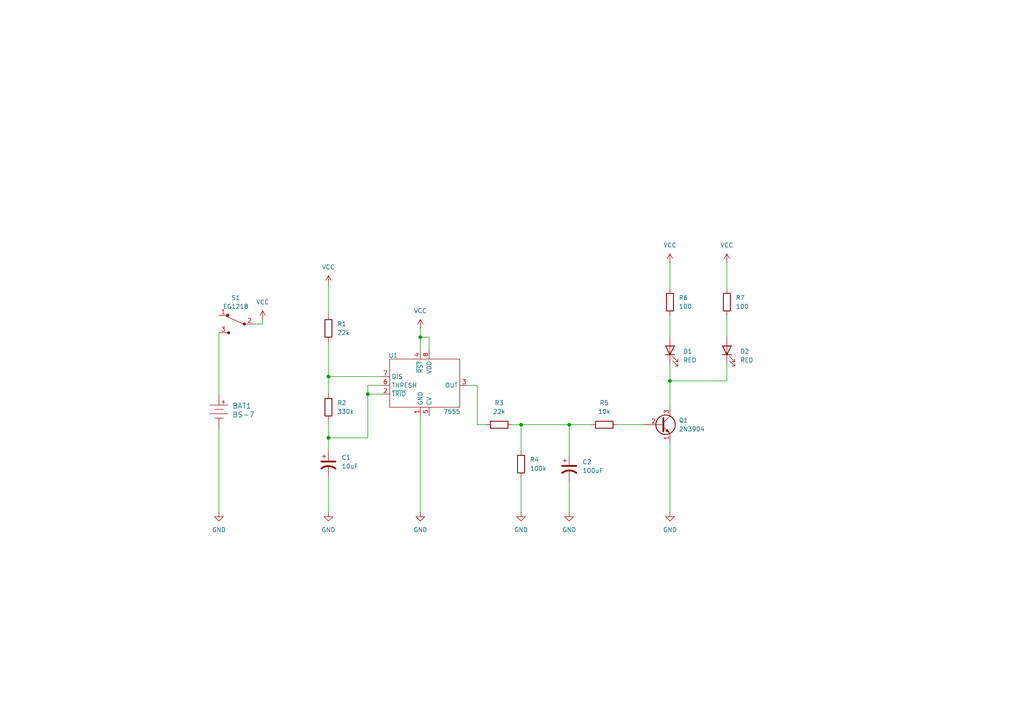
<source format=kicad_sch>
(kicad_sch (version 20231120) (generator "eeschema") (generator_version "8.0")
  (paper "A4")
  (title_block (title "555 Badge") (date "2024-03-03") (rev "v01") (comment 2 "creativecommons.org/licenses/by/4.0/") (comment 3 "License: CC BY 4.0") (comment 4 "Author: Yien Li"))
  (lib_symbols
    (symbol "555_Badge.lib:7555"
      (property "Reference" "U" (at -9.144 8.636 0))
      (symbol "7555_0_1"
        (rectangle (start -10.16 7.62) (end 10.16 -6.35))
      )
      (symbol "7555_1_1"
        (pin input line (at -1.27 -8.89 90) (length 2.54) (name "GND") (number "1"))
        (pin input line (at -12.7 -2.54 0) (length 2.54) (name "~{TRID}") (number "2"))
        (pin input line (at 12.7 0 180) (length 2.54) (name "OUT") (number "3"))
        (pin input line (at -1.27 10.16 270) (length 2.54) (name "~{RST}") (number "4"))
        (pin input line (at 1.27 -8.89 90) (length 2.54) (name "CV") (number "5"))
        (pin input line (at -12.7 0 0) (length 2.54) (name "THRESH") (number "6"))
        (pin input line (at -12.7 2.54 0) (length 2.54) (name "DIS") (number "7"))
        (pin input line (at 1.27 10.16 270) (length 2.54) (name "VDD") (number "8"))
      )
    )
    (symbol "Device:C_Polarized_US" (pin_numbers hide) (pin_names (offset 0.254) hide)
      (property "Reference" "C" (at 0.635 2.54 0))
      (property "Value" "C_Polarized_US" (at 0.635 -2.54 0))
      (symbol "C_Polarized_US_0_1"
        (polyline (pts (xy -2.032 0.762) (xy 2.032 0.762)) (stroke (width 0.508)))
        (polyline (pts (xy -1.778 2.286) (xy -0.762 2.286)))
        (polyline (pts (xy -1.27 1.778) (xy -1.27 2.794)))
        (arc (start 2.032 -1.27) (mid 0 -0.5572) (end -2.032 -1.27) (stroke (width 0.508)))
      )
      (symbol "C_Polarized_US_1_1"
        (pin passive line (at 0 3.81 270) (length 2.794) (name "~") (number "1"))
        (pin passive line (at 0 -3.81 90) (length 3.302) (name "~") (number "2"))
      )
    )
    (symbol "Device:LED" (pin_numbers hide) (pin_names (offset 1.016) hide)
      (property "Reference" "D" (at 0 2.54 0))
      (property "Value" "LED" (at 0 -2.54 0))
      (symbol "LED_0_1"
        (polyline (pts (xy -1.27 -1.27) (xy -1.27 1.27)) (stroke (width 0.254)))
        (polyline (pts (xy -1.27 0) (xy 1.27 0)))
        (polyline (pts (xy 1.27 -1.27) (xy 1.27 1.27) (xy -1.27 0) (xy 1.27 -1.27)) (stroke (width 0.254)))
        (polyline (pts (xy -3.048 -0.762) (xy -4.572 -2.286) (xy -3.81 -2.286) (xy -4.572 -2.286) (xy -4.572 -1.524)))
        (polyline (pts (xy -1.778 -0.762) (xy -3.302 -2.286) (xy -2.54 -2.286) (xy -3.302 -2.286) (xy -3.302 -1.524)))
      )
      (symbol "LED_1_1"
        (pin passive line (at -3.81 0 0) (length 2.54) (name "K") (number "1"))
        (pin passive line (at 3.81 0 180) (length 2.54) (name "A") (number "2"))
      )
    )
    (symbol "Device:R" (pin_numbers hide) (pin_names (offset 0))
      (property "Reference" "R" (at 2.032 0 90))
      (property "Value" "R" (at 0 0 90))
      (symbol "R_0_1"
        (rectangle (start -1.016 -2.54) (end 1.016 2.54) (stroke (width 0.254)))
      )
      (symbol "R_1_1"
        (pin passive line (at 0 3.81 270) (length 1.27) (name "~") (number "1"))
        (pin passive line (at 0 -3.81 90) (length 1.27) (name "~") (number "2"))
      )
    )
    (symbol "Transistor_BJT:2N3904" (pin_names (offset 0) hide)
      (property "Reference" "Q" (at 5.08 1.905 0))
      (property "Value" "2N3904" (at 5.08 0 0))
      (symbol "2N3904_0_1"
        (polyline (pts (xy 0.635 0.635) (xy 2.54 2.54)))
        (polyline (pts (xy 0.635 -0.635) (xy 2.54 -2.54) (xy 2.54 -2.54)))
        (polyline (pts (xy 0.635 1.905) (xy 0.635 -1.905) (xy 0.635 -1.905)) (stroke (width 0.508)))
        (polyline (pts (xy 1.27 -1.778) (xy 1.778 -1.27) (xy 2.286 -2.286) (xy 1.27 -1.778) (xy 1.27 -1.778)) (fill (type outline)))
        (circle (center 1.27 0) (radius 2.8194) (stroke (width 0.254)))
      )
      (symbol "2N3904_1_1"
        (pin passive line (at 2.54 -5.08 90) (length 2.54) (name "E") (number "1"))
        (pin passive line (at -5.08 0 0) (length 5.715) (name "B") (number "2"))
        (pin passive line (at 2.54 5.08 270) (length 2.54) (name "C") (number "3"))
      )
    )
    (symbol "dk_Battery-Holders-Clips-Contacts:BS-7" (pin_numbers hide) (pin_names (offset 1.016))
      (property "Reference" "BAT" (at -1.27 3.81 0))
      (property "Value" "BS-7" (at -1.27 -3.81 0))
      (symbol "BS-7_1_1"
        (polyline (pts (xy 0 -2.54) (xy 0 -1.905)))
        (polyline (pts (xy 0 1.905) (xy 0 2.54)))
        (polyline (pts (xy 1.27 -1.905) (xy -1.27 -1.905)))
        (polyline (pts (xy 1.27 0.635) (xy -1.27 0.635)))
        (polyline (pts (xy 1.27 2.286) (xy 1.27 3.302)))
        (polyline (pts (xy 1.778 2.794) (xy 0.762 2.794)))
        (polyline (pts (xy 2.54 -0.635) (xy -2.54 -0.635)))
        (polyline (pts (xy 2.54 1.905) (xy -2.54 1.905)))
        (pin power_out line (at 0 -5.08 90) (length 2.54) (name "~") (number "Neg"))
        (pin power_out line (at 0 5.08 270) (length 2.54) (name "~") (number "Pos"))
      )
    )
    (symbol "dk_Slide-Switches:EG1218" (pin_names (offset 0))
      (property "Reference" "S" (at -3.81 2.286 0))
      (property "Value" "EG1218" (at 0 -5.334 0))
      (symbol "EG1218_0_1"
        (circle (center -2.286 0) (radius 0.3556) (fill (type outline)))
        (polyline (pts (xy -2.032 0) (xy 3.048 2.286)))
        (circle (center 2.286 -2.54) (radius 0.3556) (fill (type outline)))
        (circle (center 2.54 2.54) (radius 0.3556) (fill (type outline)))
      )
      (symbol "EG1218_1_1"
        (pin passive line (at 5.08 2.54 180) (length 2.54) (name "~") (number "1"))
        (pin passive line (at -5.08 0 0) (length 2.54) (name "~") (number "2"))
        (pin passive line (at 5.08 -2.54 180) (length 2.54) (name "~") (number "3"))
      )
    )
    (symbol "power:GND" (power) (pin_numbers hide) (pin_names (offset 0) hide)
      (property "Value" "GND" (at 0 -3.81 0))
      (symbol "GND_0_1"
        (polyline (pts (xy 0 0) (xy 0 -1.27) (xy 1.27 -1.27) (xy 0 -2.54) (xy -1.27 -1.27) (xy 0 -1.27)))
      )
      (symbol "GND_1_1"
        (pin power_in line (at 0 0 270) (length 0) (name "~") (number "1"))
      )
    )
    (symbol "power:VCC" (power) (pin_numbers hide) (pin_names (offset 0) hide)
      (property "Value" "VCC" (at 0 3.556 0))
      (symbol "VCC_0_1"
        (polyline (pts (xy -0.762 1.27) (xy 0 2.54)))
        (polyline (pts (xy 0 0) (xy 0 2.54)))
        (polyline (pts (xy 0 2.54) (xy 0.762 1.27)))
      )
      (symbol "VCC_1_1"
        (pin power_in line (at 0 0 90) (length 0) (name "~") (number "1"))
      )
    )
  )
  (junction (at 121.92 97.79))
  (junction (at 151.13 123.19))
  (junction (at 95.25 127))
  (junction (at 106.68 114.3))
  (junction (at 165.1 123.19))
  (junction (at 194.31 110.49))
  (junction (at 95.25 109.22))
  (wire (pts (xy 135.89 111.76) (xy 138.43 111.76)))
  (wire (pts (xy 106.68 111.76) (xy 106.68 114.3)))
  (wire (pts (xy 210.82 105.41) (xy 210.82 110.49)))
  (wire (pts (xy 138.43 123.19) (xy 140.97 123.19)))
  (wire (pts (xy 194.31 76.2) (xy 194.31 83.82)))
  (wire (pts (xy 138.43 111.76) (xy 138.43 123.19)))
  (wire (pts (xy 95.25 82.55) (xy 95.25 91.44)))
  (wire (pts (xy 165.1 132.08) (xy 165.1 123.19)))
  (wire (pts (xy 63.5 96.52) (xy 63.5 114.3)))
  (wire (pts (xy 95.25 127) (xy 95.25 130.81)))
  (wire (pts (xy 76.2 93.98) (xy 76.2 92.71)))
  (wire (pts (xy 210.82 91.44) (xy 210.82 97.79)))
  (wire (pts (xy 194.31 91.44) (xy 194.31 97.79)))
  (wire (pts (xy 124.46 101.6) (xy 124.46 97.79)))
  (wire (pts (xy 210.82 110.49) (xy 194.31 110.49)))
  (wire (pts (xy 194.31 118.11) (xy 194.31 110.49)))
  (wire (pts (xy 73.66 93.98) (xy 76.2 93.98)))
  (wire (pts (xy 95.25 109.22) (xy 95.25 114.3)))
  (wire (pts (xy 179.07 123.19) (xy 186.69 123.19)))
  (wire (pts (xy 194.31 128.27) (xy 194.31 148.59)))
  (wire (pts (xy 95.25 121.92) (xy 95.25 127)))
  (wire (pts (xy 165.1 123.19) (xy 171.45 123.19)))
  (wire (pts (xy 151.13 123.19) (xy 151.13 130.81)))
  (wire (pts (xy 106.68 127) (xy 95.25 127)))
  (wire (pts (xy 194.31 110.49) (xy 194.31 105.41)))
  (wire (pts (xy 124.46 97.79) (xy 121.92 97.79)))
  (wire (pts (xy 95.25 109.22) (xy 110.49 109.22)))
  (wire (pts (xy 121.92 120.65) (xy 121.92 148.59)))
  (wire (pts (xy 106.68 114.3) (xy 106.68 127)))
  (wire (pts (xy 121.92 95.25) (xy 121.92 97.79)))
  (wire (pts (xy 110.49 111.76) (xy 106.68 111.76)))
  (wire (pts (xy 165.1 139.7) (xy 165.1 148.59)))
  (wire (pts (xy 151.13 138.43) (xy 151.13 148.59)))
  (wire (pts (xy 210.82 76.2) (xy 210.82 83.82)))
  (wire (pts (xy 106.68 114.3) (xy 110.49 114.3)))
  (wire (pts (xy 95.25 138.43) (xy 95.25 148.59)))
  (wire (pts (xy 63.5 124.46) (xy 63.5 148.59)))
  (wire (pts (xy 95.25 99.06) (xy 95.25 109.22)))
  (wire (pts (xy 121.92 97.79) (xy 121.92 101.6)))
  (wire (pts (xy 148.59 123.19) (xy 151.13 123.19)))
  (wire (pts (xy 151.13 123.19) (xy 165.1 123.19)))
  (symbol (lib_id "Device:C_Polarized_US") (at 95.25 134.62 0) (unit 1)
    (property "Reference" "C1" (at 99.06 132.7149 0) (effects (justify left)))
    (property "Value" "10uF" (at 99.06 135.2549 0) (effects (justify left)))
    (property "Footprint" "Capacitor_THT:CP_Radial_D5.0mm_P2.00mm" (effects (hide yes)))
    (property "Description" "Polarized capacitor, US symbol" (effects (hide yes)))
  )
  (symbol (lib_id "power:GND") (at 165.1 148.59 0) (unit 1)
    (property "Reference" "#PWR04" (effects (hide yes)))
    (property "Value" "GND" (at 165.1 153.67 0))
    (property "Description" "Power symbol creates a global label with name \"GND\" , ground" (effects (hide yes)))
  )
  (symbol (lib_id "power:GND") (at 121.92 148.59 0) (unit 1)
    (property "Reference" "#PWR02" (effects (hide yes)))
    (property "Value" "GND" (at 121.92 153.67 0))
    (property "Description" "Power symbol creates a global label with name \"GND\" , ground" (effects (hide yes)))
  )
  (symbol (lib_id "dk_Slide-Switches:EG1218") (at 68.58 93.98 0) (mirror y) (unit 1)
    (property "Reference" "S1" (at 68.3768 86.36 0))
    (property "Value" "EG1218" (at 68.3768 88.9 0))
    (property "Footprint" "digikey-footprints:Switch_Slide_11.6x4mm_EG1218" (effects (hide yes)))
    (property "Datasheet" "http://spec_sheets.e-switch.com/specs/P040040.pdf" (effects (hide yes)))
    (property "Description" "SWITCH SLIDE SPDT 200MA 30V" (effects (hide yes)))
    (property "MPN" "EG1218" (effects (hide yes)))
    (property "Category" "Switches" (effects (hide yes)))
    (property "Family" "Slide Switches" (effects (hide yes)))
    (property "DK_Datasheet_Link" "http://spec_sheets.e-switch.com/specs/P040040.pdf" (effects (hide yes)))
    (property "DK_Detail_Page" "/product-detail/en/e-switch/EG1218/EG1903-ND/101726" (effects (hide yes)))
    (property "Manufacturer" "E-Switch" (effects (hide yes)))
    (property "Status" "Active" (effects (hide yes)))
  )
  (symbol (lib_id "power:VCC") (at 121.92 95.25 0) (unit 1)
    (property "Reference" "#PWR011" (effects (hide yes)))
    (property "Value" "VCC" (at 121.92 90.17 0))
    (property "Description" "Power symbol creates a global label with name \"VCC\"" (effects (hide yes)))
  )
  (symbol (lib_id "power:VCC") (at 76.2 92.71 0) (unit 1)
    (property "Reference" "#PWR07" (effects (hide yes)))
    (property "Value" "VCC" (at 76.2 87.63 0))
    (property "Description" "Power symbol creates a global label with name \"VCC\"" (effects (hide yes)))
  )
  (symbol (lib_id "power:VCC") (at 95.25 82.55 0) (unit 1)
    (property "Reference" "#PWR08" (effects (hide yes)))
    (property "Value" "VCC" (at 95.25 77.47 0))
    (property "Description" "Power symbol creates a global label with name \"VCC\"" (effects (hide yes)))
  )
  (symbol (lib_id "Device:LED") (at 194.31 101.6 90) (unit 1)
    (property "Reference" "D1" (at 198.12 101.9174 90) (effects (justify right)))
    (property "Value" "RED" (at 198.12 104.4574 90) (effects (justify right)))
    (property "Footprint" "LED_THT:LED_D3.0mm" (effects (hide yes)))
    (property "Description" "Light emitting diode" (effects (hide yes)))
  )
  (symbol (lib_id "555_Badge.lib:7555") (at 123.19 111.76 0) (unit 1)
    (property "Reference" "U1" (at 114.046 103.124 0))
    (property "Value" "7555" (at 131.064 119.38 0))
    (property "Footprint" "555_Badge:ICM7555-PDIP" (effects (hide yes)))
  )
  (symbol (lib_id "dk_Battery-Holders-Clips-Contacts:BS-7") (at 63.5 119.38 0) (unit 1)
    (property "Reference" "BAT1" (at 67.31 117.7289 0) (effects (font (size 1.524 1.524)) (justify left)))
    (property "Value" "BS-7" (at 67.31 120.2689 0) (effects (font (size 1.524 1.524)) (justify left)))
    (property "Footprint" "digikey-footprints:Battery_Holder_Coin_2032_BS-7" (effects (hide yes)))
    (property "Datasheet" "http://www.memoryprotectiondevices.com/datasheets/BS-7-datasheet.pdf" (effects (hide yes)))
    (property "Description" "BATTERY HOLDER COIN 20MM PC PIN" (effects (hide yes)))
    (property "MPN" "BS-7" (effects (hide yes)))
    (property "Category" "Battery Products" (effects (hide yes)))
    (property "Family" "Battery Holders, Clips, Contacts" (effects (hide yes)))
    (property "DK_Datasheet_Link" "http://www.memoryprotectiondevices.com/datasheets/BS-7-datasheet.pdf" (effects (hide yes)))
    (property "DK_Detail_Page" "/product-detail/en/mpd-memory-protection-devices/BS-7/BS-7-ND/389447" (effects (hide yes)))
    (property "Manufacturer" "MPD (Memory Protection Devices)" (effects (hide yes)))
    (property "Status" "Active" (effects (hide yes)))
  )
  (symbol (lib_id "power:VCC") (at 194.31 76.2 0) (unit 1)
    (property "Reference" "#PWR010" (effects (hide yes)))
    (property "Value" "VCC" (at 194.31 71.12 0))
    (property "Description" "Power symbol creates a global label with name \"VCC\"" (effects (hide yes)))
  )
  (symbol (lib_id "Device:R") (at 210.82 87.63 0) (unit 1)
    (property "Reference" "R7" (at 213.36 86.3599 0) (effects (justify left)))
    (property "Value" "100" (at 213.36 88.8999 0) (effects (justify left)))
    (property "Footprint" "Resistor_THT:R_Axial_DIN0207_L6.3mm_D2.5mm_P7.62mm_Horizontal" (effects (hide yes)))
    (property "Description" "Resistor" (effects (hide yes)))
  )
  (symbol (lib_id "Device:C_Polarized_US") (at 165.1 135.89 0) (unit 1)
    (property "Reference" "C2" (at 168.91 133.9849 0) (effects (justify left)))
    (property "Value" "100uF" (at 168.91 136.5249 0) (effects (justify left)))
    (property "Footprint" "Capacitor_THT:CP_Radial_D6.3mm_P2.50mm" (effects (hide yes)))
    (property "Description" "Polarized capacitor, US symbol" (effects (hide yes)))
  )
  (symbol (lib_id "power:GND") (at 95.25 148.59 0) (unit 1)
    (property "Reference" "#PWR01" (effects (hide yes)))
    (property "Value" "GND" (at 95.25 153.67 0))
    (property "Description" "Power symbol creates a global label with name \"GND\" , ground" (effects (hide yes)))
  )
  (symbol (lib_id "power:GND") (at 194.31 148.59 0) (unit 1)
    (property "Reference" "#PWR06" (effects (hide yes)))
    (property "Value" "GND" (at 194.31 153.67 0))
    (property "Description" "Power symbol creates a global label with name \"GND\" , ground" (effects (hide yes)))
  )
  (symbol (lib_id "power:GND") (at 63.5 148.59 0) (unit 1)
    (property "Reference" "#PWR05" (effects (hide yes)))
    (property "Value" "GND" (at 63.5 153.67 0))
    (property "Description" "Power symbol creates a global label with name \"GND\" , ground" (effects (hide yes)))
  )
  (symbol (lib_id "Device:R") (at 95.25 118.11 0) (unit 1)
    (property "Reference" "R2" (at 97.79 116.8399 0) (effects (justify left)))
    (property "Value" "330k" (at 97.79 119.3799 0) (effects (justify left)))
    (property "Footprint" "Resistor_THT:R_Axial_DIN0207_L6.3mm_D2.5mm_P7.62mm_Horizontal" (effects (hide yes)))
    (property "Description" "Resistor" (effects (hide yes)))
  )
  (symbol (lib_id "Device:R") (at 151.13 134.62 0) (unit 1)
    (property "Reference" "R4" (at 153.67 133.3499 0) (effects (justify left)))
    (property "Value" "100k" (at 153.67 135.8899 0) (effects (justify left)))
    (property "Footprint" "Resistor_THT:R_Axial_DIN0207_L6.3mm_D2.5mm_P7.62mm_Horizontal" (effects (hide yes)))
    (property "Description" "Resistor" (effects (hide yes)))
  )
  (symbol (lib_id "Device:LED") (at 210.82 101.6 90) (unit 1)
    (property "Reference" "D2" (at 214.63 101.9174 90) (effects (justify right)))
    (property "Value" "RED" (at 214.63 104.4574 90) (effects (justify right)))
    (property "Footprint" "LED_THT:LED_D3.0mm" (effects (hide yes)))
    (property "Description" "Light emitting diode" (effects (hide yes)))
  )
  (symbol (lib_id "Device:R") (at 194.31 87.63 0) (unit 1)
    (property "Reference" "R6" (at 196.85 86.3599 0) (effects (justify left)))
    (property "Value" "100" (at 196.85 88.8999 0) (effects (justify left)))
    (property "Footprint" "Resistor_THT:R_Axial_DIN0207_L6.3mm_D2.5mm_P7.62mm_Horizontal" (effects (hide yes)))
    (property "Description" "Resistor" (effects (hide yes)))
  )
  (symbol (lib_id "power:GND") (at 151.13 148.59 0) (unit 1)
    (property "Reference" "#PWR03" (effects (hide yes)))
    (property "Value" "GND" (at 151.13 153.67 0))
    (property "Description" "Power symbol creates a global label with name \"GND\" , ground" (effects (hide yes)))
  )
  (symbol (lib_id "Device:R") (at 95.25 95.25 0) (unit 1)
    (property "Reference" "R1" (at 97.79 93.9799 0) (effects (justify left)))
    (property "Value" "22k" (at 97.79 96.5199 0) (effects (justify left)))
    (property "Footprint" "Resistor_THT:R_Axial_DIN0207_L6.3mm_D2.5mm_P7.62mm_Horizontal" (effects (hide yes)))
    (property "Description" "Resistor" (effects (hide yes)))
  )
  (symbol (lib_id "power:VCC") (at 210.82 76.2 0) (unit 1)
    (property "Reference" "#PWR09" (effects (hide yes)))
    (property "Value" "VCC" (at 210.82 71.12 0))
    (property "Description" "Power symbol creates a global label with name \"VCC\"" (effects (hide yes)))
  )
  (symbol (lib_id "Transistor_BJT:2N3904") (at 191.77 123.19 0) (unit 1)
    (property "Reference" "Q1" (at 196.85 121.9199 0) (effects (justify left)))
    (property "Value" "2N3904" (at 196.85 124.4599 0) (effects (justify left)))
    (property "Footprint" "digikey-footprints:TO-92-3" (effects (hide yes)))
    (property "Datasheet" "https://www.onsemi.com/pub/Collateral/2N3903-D.PDF" (effects (hide yes)))
    (property "Description" "0.2A Ic, 40V Vce, Small Signal NPN Transistor, TO-92" (effects (hide yes)))
  )
  (symbol (lib_id "Device:R") (at 175.26 123.19 90) (unit 1)
    (property "Reference" "R5" (at 175.26 116.84 90))
    (property "Value" "10k" (at 175.26 119.38 90))
    (property "Footprint" "Resistor_THT:R_Axial_DIN0207_L6.3mm_D2.5mm_P7.62mm_Horizontal" (effects (hide yes)))
    (property "Description" "Resistor" (effects (hide yes)))
  )
  (symbol (lib_id "Device:R") (at 144.78 123.19 270) (unit 1)
    (property "Reference" "R3" (at 144.78 116.84 90))
    (property "Value" "22k" (at 144.78 119.38 90))
    (property "Footprint" "Resistor_THT:R_Axial_DIN0207_L6.3mm_D2.5mm_P7.62mm_Horizontal" (effects (hide yes)))
    (property "Description" "Resistor" (effects (hide yes)))
  )
)
</source>
